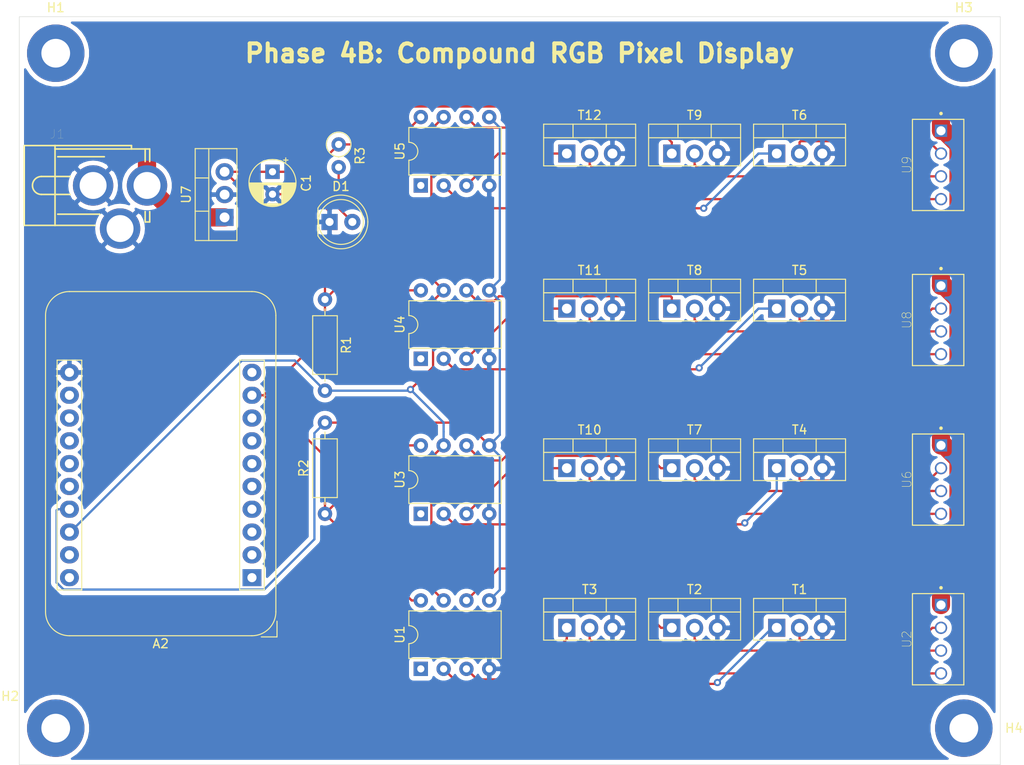
<source format=kicad_pcb>
(kicad_pcb (version 20171130) (host pcbnew 5.1.5+dfsg1-2build2)
  (title_block (title "Phase 4B: Compound RGB Pixel Display") (date 2020-05-14) (rev 1.0) (company "Trech Solutions Ltd."))
  (layers (0 F.Cu signal) (31 B.Cu signal hide) (34 B.Paste user) (35 F.Paste user) (36 B.SilkS user) (37 F.SilkS user) (38 B.Mask user) (39 F.Mask user) (44 Edge.Cuts user))
  (net 0 "")
  (net 1 VCC)
  (net 2 GND)
  (net 3 "Net-(A2-Pad1)")
  (net 4 "Net-(A2-Pad20)")
  (net 5 "Net-(A2-Pad2)")
  (net 6 "Net-(A2-Pad19)")
  (net 7 "Net-(A2-Pad3)")
  (net 8 /SCL)
  (net 9 "Net-(A2-Pad4)")
  (net 10 /SDA)
  (net 11 "Net-(A2-Pad5)")
  (net 12 "Net-(A2-Pad16)")
  (net 13 "Net-(A2-Pad6)")
  (net 14 "Net-(A2-Pad15)")
  (net 15 "Net-(A2-Pad7)")
  (net 16 "Net-(A2-Pad14)")
  (net 17 "Net-(A2-Pad8)")
  (net 18 "Net-(A2-Pad13)")
  (net 19 "Net-(A2-Pad12)")
  (net 20 "Net-(A2-Pad10)")
  (net 21 +12V)
  (net 22 "Net-(T1-Pad2)")
  (net 23 "Net-(T1-Pad1)")
  (net 24 "Net-(T2-Pad1)")
  (net 25 "Net-(T2-Pad2)")
  (net 26 "Net-(T3-Pad2)")
  (net 27 "Net-(T3-Pad1)")
  (net 28 "Net-(T4-Pad1)")
  (net 29 "Net-(T4-Pad2)")
  (net 30 "Net-(T5-Pad1)")
  (net 31 "Net-(T5-Pad2)")
  (net 32 "Net-(T6-Pad2)")
  (net 33 "Net-(T6-Pad1)")
  (net 34 "Net-(T7-Pad1)")
  (net 35 "Net-(T7-Pad2)")
  (net 36 "Net-(T8-Pad2)")
  (net 37 "Net-(T8-Pad1)")
  (net 38 "Net-(T9-Pad1)")
  (net 39 "Net-(T9-Pad2)")
  (net 40 "Net-(T10-Pad2)")
  (net 41 "Net-(T10-Pad1)")
  (net 42 "Net-(T11-Pad1)")
  (net 43 "Net-(T11-Pad2)")
  (net 44 "Net-(T12-Pad2)")
  (net 45 "Net-(T12-Pad1)")
  (net 46 "Net-(U1-Pad1)")
  (net 47 "Net-(U3-Pad1)")
  (net 48 "Net-(U4-Pad1)")
  (net 49 "Net-(U5-Pad1)")
  (net 50 "Net-(D1-Pad2)")
  (module Resistor_THT:R_Axial_DIN0207_L6.3mm_D2.5mm_P2.54mm_Vertical (layer F.Cu) (at 114.3 71.12 270)
    (fp_text reference R3 (at 1.27 -2.37 90) (layer F.SilkS))
    (fp_text value 10k)
    (pad 2 thru_hole oval (at 2.54 0 270) (size 1.6 1.6) (drill 0.8) (layers *.Cu *.Mask) (net 50 "Net-(D1-Pad2)"))
    (pad 1 thru_hole circle (at 0 0 270) (size 1.6 1.6) (drill 0.8) (layers *.Cu *.Mask) (net 1 VCC))
  )
  (module LED_THT:LED_D5.0mm (layer F.Cu) (at 113.284 79.756)
    (fp_text reference D1 (at 1.27 -3.96) (layer F.SilkS))
    (fp_text value LED)
    (pad 2 thru_hole circle (at 2.54 0) (size 1.8 1.8) (drill 0.9) (layers *.Cu *.Mask) (net 50 "Net-(D1-Pad2)"))
    (pad 1 thru_hole rect (at 0 0) (size 1.8 1.8) (drill 0.9) (layers *.Cu *.Mask) (net 2 GND))
  )
  (module tsl_assets_footprints:TE_640456-4 (layer F.Cu) (at 181.356 69.596 90)
    (fp_text reference U9 (at -3.81 -3.81 90) (layer F.SilkS) (effects (font (thickness 0.05))))
    (fp_text value RGB_LED_Strip hide)
    (pad 4 thru_hole circle (at -7.62 0 90) (size 1.37 1.37) (drill 1.02) (layers *.Cu *.Mask) (net 44 "Net-(T12-Pad2)"))
    (pad 3 thru_hole circle (at -5.08 0 90) (size 1.37 1.37) (drill 1.02) (layers *.Cu *.Mask) (net 39 "Net-(T9-Pad2)"))
    (pad 2 thru_hole circle (at -2.54 0 90) (size 1.37 1.37) (drill 1.02) (layers *.Cu *.Mask) (net 32 "Net-(T6-Pad2)"))
    (pad 1 thru_hole rect (at 0 0 90) (size 1.37 1.37) (drill 1.02) (layers *.Cu *.Mask) (net 21 +12V))
  )
  (module tsl_assets_footprints:TE_640456-4 (layer F.Cu) (at 181.356 86.868 90)
    (fp_text reference U8 (at -3.81 -3.81 90) (layer F.SilkS) (effects (font (thickness 0.05))))
    (fp_text value RGB_LED_Strip hide)
    (pad 4 thru_hole circle (at -7.62 0 90) (size 1.37 1.37) (drill 1.02) (layers *.Cu *.Mask) (net 43 "Net-(T11-Pad2)"))
    (pad 3 thru_hole circle (at -5.08 0 90) (size 1.37 1.37) (drill 1.02) (layers *.Cu *.Mask) (net 36 "Net-(T8-Pad2)"))
    (pad 2 thru_hole circle (at -2.54 0 90) (size 1.37 1.37) (drill 1.02) (layers *.Cu *.Mask) (net 31 "Net-(T5-Pad2)"))
    (pad 1 thru_hole rect (at 0 0 90) (size 1.37 1.37) (drill 1.02) (layers *.Cu *.Mask) (net 21 +12V))
  )
  (module tsl_assets_footprints:TE_640456-4 (layer F.Cu) (at 181.356 104.648 90)
    (fp_text reference U6 (at -3.81 -3.81 90) (layer F.SilkS) (effects (font (thickness 0.05))))
    (fp_text value RGB_LED_Strip hide)
    (pad 4 thru_hole circle (at -7.62 0 90) (size 1.37 1.37) (drill 1.02) (layers *.Cu *.Mask) (net 40 "Net-(T10-Pad2)"))
    (pad 3 thru_hole circle (at -5.08 0 90) (size 1.37 1.37) (drill 1.02) (layers *.Cu *.Mask) (net 35 "Net-(T7-Pad2)"))
    (pad 2 thru_hole circle (at -2.54 0 90) (size 1.37 1.37) (drill 1.02) (layers *.Cu *.Mask) (net 29 "Net-(T4-Pad2)"))
    (pad 1 thru_hole rect (at 0 0 90) (size 1.37 1.37) (drill 1.02) (layers *.Cu *.Mask) (net 21 +12V))
  )
  (module tsl_assets_footprints:TE_640456-4 (layer F.Cu) (at 181.356 122.428 90)
    (fp_text reference U2 (at -3.81 -3.81 90) (layer F.SilkS) (effects (font (thickness 0.05))))
    (fp_text value RGB_LED_Strip hide)
    (pad 4 thru_hole circle (at -7.62 0 90) (size 1.37 1.37) (drill 1.02) (layers *.Cu *.Mask) (net 26 "Net-(T3-Pad2)"))
    (pad 3 thru_hole circle (at -5.08 0 90) (size 1.37 1.37) (drill 1.02) (layers *.Cu *.Mask) (net 25 "Net-(T2-Pad2)"))
    (pad 2 thru_hole circle (at -2.54 0 90) (size 1.37 1.37) (drill 1.02) (layers *.Cu *.Mask) (net 22 "Net-(T1-Pad2)"))
    (pad 1 thru_hole rect (at 0 0 90) (size 1.37 1.37) (drill 1.02) (layers *.Cu *.Mask) (net 21 +12V))
  )
  (module Package_TO_SOT_THT:TO-220-3_Vertical (layer F.Cu) (at 139.7 72.136)
    (fp_text reference T12 (at 2.54 -4.27) (layer F.SilkS))
    (fp_text value PSMN022-30PL)
    (pad 3 thru_hole oval (at 5.08 0) (size 1.905 2) (drill 1.1) (layers *.Cu *.Mask) (net 2 GND))
    (pad 2 thru_hole oval (at 2.54 0) (size 1.905 2) (drill 1.1) (layers *.Cu *.Mask) (net 44 "Net-(T12-Pad2)"))
    (pad 1 thru_hole rect (at 0 0) (size 1.905 2) (drill 1.1) (layers *.Cu *.Mask) (net 45 "Net-(T12-Pad1)"))
  )
  (module Package_DIP:DIP-8_W7.62mm (layer F.Cu) (at 123.444 129.54 90)
    (fp_text reference U1 (at 3.81 -2.33 90) (layer F.SilkS))
    (fp_text value ATtiny85V-10PU)
    (pad 8 thru_hole oval (at 7.62 0 90) (size 1.6 1.6) (drill 0.8) (layers *.Cu *.Mask) (net 1 VCC))
    (pad 4 thru_hole oval (at 0 7.62 90) (size 1.6 1.6) (drill 0.8) (layers *.Cu *.Mask) (net 2 GND))
    (pad 7 thru_hole oval (at 7.62 2.54 90) (size 1.6 1.6) (drill 0.8) (layers *.Cu *.Mask) (net 8 /SCL))
    (pad 3 thru_hole oval (at 0 5.08 90) (size 1.6 1.6) (drill 0.8) (layers *.Cu *.Mask) (net 27 "Net-(T3-Pad1)"))
    (pad 6 thru_hole oval (at 7.62 5.08 90) (size 1.6 1.6) (drill 0.8) (layers *.Cu *.Mask) (net 24 "Net-(T2-Pad1)"))
    (pad 2 thru_hole oval (at 0 2.54 90) (size 1.6 1.6) (drill 0.8) (layers *.Cu *.Mask) (net 23 "Net-(T1-Pad1)"))
    (pad 5 thru_hole oval (at 7.62 7.62 90) (size 1.6 1.6) (drill 0.8) (layers *.Cu *.Mask) (net 10 /SDA))
    (pad 1 thru_hole rect (at 0 0 90) (size 1.6 1.6) (drill 0.8) (layers *.Cu *.Mask) (net 46 "Net-(U1-Pad1)"))
  )
  (module Resistor_THT:R_Axial_DIN0207_L6.3mm_D2.5mm_P10.16mm_Horizontal (layer F.Cu) (at 112.776 112.268 90)
    (fp_text reference R2 (at 5.08 -2.37 90) (layer F.SilkS))
    (fp_text value 1k)
    (pad 2 thru_hole oval (at 10.16 0 90) (size 1.6 1.6) (drill 0.8) (layers *.Cu *.Mask) (net 10 /SDA))
    (pad 1 thru_hole circle (at 0 0 90) (size 1.6 1.6) (drill 0.8) (layers *.Cu *.Mask) (net 1 VCC))
  )
  (module Module:Adafruit_HUZZAH_ESP8266_breakout (layer F.Cu) (at 104.648 119.38 180)
    (fp_text reference A2 (at 10.16 -7.35) (layer F.SilkS))
    (fp_text value Adafruit_HUZZAH_ESP8266_breakout)
    (pad 1 thru_hole rect (at 0 0 180) (size 2.1 1.9) (drill 1.02) (layers *.Cu *.Mask) (net 3 "Net-(A2-Pad1)"))
    (pad 20 thru_hole oval (at 20.32 0 180) (size 2.1 1.9) (drill 1.02) (layers *.Cu *.Mask) (net 4 "Net-(A2-Pad20)"))
    (pad 2 thru_hole oval (at 0 2.54 180) (size 2.1 1.9) (drill 1.02) (layers *.Cu *.Mask) (net 5 "Net-(A2-Pad2)"))
    (pad 19 thru_hole oval (at 20.32 2.54 180) (size 2.1 1.9) (drill 1.02) (layers *.Cu *.Mask) (net 6 "Net-(A2-Pad19)"))
    (pad 3 thru_hole oval (at 0 5.08 180) (size 2.1 1.9) (drill 1.02) (layers *.Cu *.Mask) (net 7 "Net-(A2-Pad3)"))
    (pad 18 thru_hole oval (at 20.32 5.08 180) (size 2.1 1.9) (drill 1.02) (layers *.Cu *.Mask) (net 8 /SCL))
    (pad 4 thru_hole oval (at 0 7.62 180) (size 2.1 1.9) (drill 1.02) (layers *.Cu *.Mask) (net 9 "Net-(A2-Pad4)"))
    (pad 17 thru_hole oval (at 20.32 7.62 180) (size 2.1 1.9) (drill 1.02) (layers *.Cu *.Mask) (net 10 /SDA))
    (pad 5 thru_hole oval (at 0 10.16 180) (size 2.1 1.9) (drill 1.02) (layers *.Cu *.Mask) (net 11 "Net-(A2-Pad5)"))
    (pad 16 thru_hole oval (at 20.32 10.16 180) (size 2.1 1.9) (drill 1.02) (layers *.Cu *.Mask) (net 12 "Net-(A2-Pad16)"))
    (pad 6 thru_hole oval (at 0 12.7 180) (size 2.1 1.9) (drill 1.02) (layers *.Cu *.Mask) (net 13 "Net-(A2-Pad6)"))
    (pad 15 thru_hole oval (at 20.32 12.7 180) (size 2.1 1.9) (drill 1.02) (layers *.Cu *.Mask) (net 14 "Net-(A2-Pad15)"))
    (pad 7 thru_hole oval (at 0 15.24 180) (size 2.1 1.9) (drill 1.02) (layers *.Cu *.Mask) (net 15 "Net-(A2-Pad7)"))
    (pad 14 thru_hole oval (at 20.32 15.24 180) (size 2.1 1.9) (drill 1.02) (layers *.Cu *.Mask) (net 16 "Net-(A2-Pad14)"))
    (pad 8 thru_hole oval (at 0 17.78 180) (size 2.1 1.9) (drill 1.02) (layers *.Cu *.Mask) (net 17 "Net-(A2-Pad8)"))
    (pad 13 thru_hole oval (at 20.32 17.78 180) (size 2.1 1.9) (drill 1.02) (layers *.Cu *.Mask) (net 18 "Net-(A2-Pad13)"))
    (pad 9 thru_hole oval (at 0 20.32 180) (size 2.1 1.9) (drill 1.02) (layers *.Cu *.Mask) (net 1 VCC))
    (pad 12 thru_hole oval (at 20.32 20.32 180) (size 2.1 1.9) (drill 1.02) (layers *.Cu *.Mask) (net 19 "Net-(A2-Pad12)"))
    (pad 10 thru_hole oval (at 0 22.86 180) (size 2.1 1.9) (drill 1.02) (layers *.Cu *.Mask) (net 20 "Net-(A2-Pad10)"))
    (pad 11 thru_hole oval (at 20.32 22.86 180) (size 2.1 1.9) (drill 1.02) (layers *.Cu *.Mask) (net 2 GND))
  )
  (module Capacitor_THT:CP_Radial_D5.0mm_P2.50mm (layer F.Cu) (at 106.934 74.168 270)
    (fp_text reference C1 (at 1.25 -3.75 90) (layer F.SilkS))
    (fp_text value 10uF)
    (pad 1 thru_hole rect (at 0 0 270) (size 1.6 1.6) (drill 0.8) (layers *.Cu *.Mask) (net 1 VCC))
    (pad 2 thru_hole circle (at 2.5 0 270) (size 1.6 1.6) (drill 0.8) (layers *.Cu *.Mask) (net 2 GND))
  )
  (module tsl_assets_footprints:PJ-002A (layer F.Cu) (at 89.964 75.692)
    (fp_text reference J1 (at -6.995525 -5.723585) (layer F.SilkS) (effects (font (size 1.001504 1.001504) (thickness 0.015))))
    (fp_text value PJ-002A)
    (pad 3 thru_hole circle (at 3 0) (size 4.5 4.5) (drill 3) (layers *.Cu *.Mask) (net 21 +12V))
    (pad 2 thru_hole circle (at 0 4.8) (size 4.5 4.5) (drill 3) (layers *.Cu *.Mask) (net 2 GND))
    (pad 1 thru_hole circle (at -3 0) (size 4.5 4.5) (drill 3) (layers *.Cu *.Mask) (net 2 GND))
  )
  (module Resistor_THT:R_Axial_DIN0207_L6.3mm_D2.5mm_P10.16mm_Horizontal (layer F.Cu) (at 112.776 88.392 270)
    (fp_text reference R1 (at 5.08 -2.37 90) (layer F.SilkS))
    (fp_text value 1k)
    (pad 1 thru_hole circle (at 0 0 270) (size 1.6 1.6) (drill 0.8) (layers *.Cu *.Mask) (net 1 VCC))
    (pad 2 thru_hole oval (at 10.16 0 270) (size 1.6 1.6) (drill 0.8) (layers *.Cu *.Mask) (net 8 /SCL))
  )
  (module Package_TO_SOT_THT:TO-220-3_Vertical (layer F.Cu) (at 163.068 124.968)
    (fp_text reference T1 (at 2.54 -4.27) (layer F.SilkS))
    (fp_text value PSMN022-30PL)
    (pad 3 thru_hole oval (at 5.08 0) (size 1.905 2) (drill 1.1) (layers *.Cu *.Mask) (net 2 GND))
    (pad 2 thru_hole oval (at 2.54 0) (size 1.905 2) (drill 1.1) (layers *.Cu *.Mask) (net 22 "Net-(T1-Pad2)"))
    (pad 1 thru_hole rect (at 0 0) (size 1.905 2) (drill 1.1) (layers *.Cu *.Mask) (net 23 "Net-(T1-Pad1)"))
  )
  (module Package_TO_SOT_THT:TO-220-3_Vertical (layer F.Cu) (at 151.384 124.968)
    (fp_text reference T2 (at 2.54 -4.27) (layer F.SilkS))
    (fp_text value PSMN022-30PL)
    (pad 1 thru_hole rect (at 0 0) (size 1.905 2) (drill 1.1) (layers *.Cu *.Mask) (net 24 "Net-(T2-Pad1)"))
    (pad 2 thru_hole oval (at 2.54 0) (size 1.905 2) (drill 1.1) (layers *.Cu *.Mask) (net 25 "Net-(T2-Pad2)"))
    (pad 3 thru_hole oval (at 5.08 0) (size 1.905 2) (drill 1.1) (layers *.Cu *.Mask) (net 2 GND))
  )
  (module Package_TO_SOT_THT:TO-220-3_Vertical (layer F.Cu) (at 139.7 124.968)
    (fp_text reference T3 (at 2.54 -4.27) (layer F.SilkS))
    (fp_text value PSMN022-30PL)
    (pad 3 thru_hole oval (at 5.08 0) (size 1.905 2) (drill 1.1) (layers *.Cu *.Mask) (net 2 GND))
    (pad 2 thru_hole oval (at 2.54 0) (size 1.905 2) (drill 1.1) (layers *.Cu *.Mask) (net 26 "Net-(T3-Pad2)"))
    (pad 1 thru_hole rect (at 0 0) (size 1.905 2) (drill 1.1) (layers *.Cu *.Mask) (net 27 "Net-(T3-Pad1)"))
  )
  (module Package_TO_SOT_THT:TO-220-3_Vertical (layer F.Cu) (at 163.068 107.188)
    (fp_text reference T4 (at 2.54 -4.27) (layer F.SilkS))
    (fp_text value PSMN022-30PL)
    (pad 1 thru_hole rect (at 0 0) (size 1.905 2) (drill 1.1) (layers *.Cu *.Mask) (net 28 "Net-(T4-Pad1)"))
    (pad 2 thru_hole oval (at 2.54 0) (size 1.905 2) (drill 1.1) (layers *.Cu *.Mask) (net 29 "Net-(T4-Pad2)"))
    (pad 3 thru_hole oval (at 5.08 0) (size 1.905 2) (drill 1.1) (layers *.Cu *.Mask) (net 2 GND))
  )
  (module Package_TO_SOT_THT:TO-220-3_Vertical (layer F.Cu) (at 163.068 89.408)
    (fp_text reference T5 (at 2.54 -4.27) (layer F.SilkS))
    (fp_text value PSMN022-30PL)
    (pad 1 thru_hole rect (at 0 0) (size 1.905 2) (drill 1.1) (layers *.Cu *.Mask) (net 30 "Net-(T5-Pad1)"))
    (pad 2 thru_hole oval (at 2.54 0) (size 1.905 2) (drill 1.1) (layers *.Cu *.Mask) (net 31 "Net-(T5-Pad2)"))
    (pad 3 thru_hole oval (at 5.08 0) (size 1.905 2) (drill 1.1) (layers *.Cu *.Mask) (net 2 GND))
  )
  (module Package_TO_SOT_THT:TO-220-3_Vertical (layer F.Cu) (at 163.068 72.136)
    (fp_text reference T6 (at 2.54 -4.27) (layer F.SilkS))
    (fp_text value PSMN022-30PL)
    (pad 3 thru_hole oval (at 5.08 0) (size 1.905 2) (drill 1.1) (layers *.Cu *.Mask) (net 2 GND))
    (pad 2 thru_hole oval (at 2.54 0) (size 1.905 2) (drill 1.1) (layers *.Cu *.Mask) (net 32 "Net-(T6-Pad2)"))
    (pad 1 thru_hole rect (at 0 0) (size 1.905 2) (drill 1.1) (layers *.Cu *.Mask) (net 33 "Net-(T6-Pad1)"))
  )
  (module Package_TO_SOT_THT:TO-220-3_Vertical (layer F.Cu) (at 151.384 107.188)
    (fp_text reference T7 (at 2.54 -4.27) (layer F.SilkS))
    (fp_text value PSMN022-30PL)
    (pad 1 thru_hole rect (at 0 0) (size 1.905 2) (drill 1.1) (layers *.Cu *.Mask) (net 34 "Net-(T7-Pad1)"))
    (pad 2 thru_hole oval (at 2.54 0) (size 1.905 2) (drill 1.1) (layers *.Cu *.Mask) (net 35 "Net-(T7-Pad2)"))
    (pad 3 thru_hole oval (at 5.08 0) (size 1.905 2) (drill 1.1) (layers *.Cu *.Mask) (net 2 GND))
  )
  (module Package_TO_SOT_THT:TO-220-3_Vertical (layer F.Cu) (at 151.384 89.408)
    (fp_text reference T8 (at 2.54 -4.27) (layer F.SilkS))
    (fp_text value PSMN022-30PL)
    (pad 3 thru_hole oval (at 5.08 0) (size 1.905 2) (drill 1.1) (layers *.Cu *.Mask) (net 2 GND))
    (pad 2 thru_hole oval (at 2.54 0) (size 1.905 2) (drill 1.1) (layers *.Cu *.Mask) (net 36 "Net-(T8-Pad2)"))
    (pad 1 thru_hole rect (at 0 0) (size 1.905 2) (drill 1.1) (layers *.Cu *.Mask) (net 37 "Net-(T8-Pad1)"))
  )
  (module Package_TO_SOT_THT:TO-220-3_Vertical (layer F.Cu) (at 151.384 72.136)
    (fp_text reference T9 (at 2.54 -4.27) (layer F.SilkS))
    (fp_text value PSMN022-30PL)
    (pad 1 thru_hole rect (at 0 0) (size 1.905 2) (drill 1.1) (layers *.Cu *.Mask) (net 38 "Net-(T9-Pad1)"))
    (pad 2 thru_hole oval (at 2.54 0) (size 1.905 2) (drill 1.1) (layers *.Cu *.Mask) (net 39 "Net-(T9-Pad2)"))
    (pad 3 thru_hole oval (at 5.08 0) (size 1.905 2) (drill 1.1) (layers *.Cu *.Mask) (net 2 GND))
  )
  (module Package_TO_SOT_THT:TO-220-3_Vertical (layer F.Cu) (at 139.7 107.188)
    (fp_text reference T10 (at 2.54 -4.27) (layer F.SilkS))
    (fp_text value PSMN022-30PL)
    (pad 3 thru_hole oval (at 5.08 0) (size 1.905 2) (drill 1.1) (layers *.Cu *.Mask) (net 2 GND))
    (pad 2 thru_hole oval (at 2.54 0) (size 1.905 2) (drill 1.1) (layers *.Cu *.Mask) (net 40 "Net-(T10-Pad2)"))
    (pad 1 thru_hole rect (at 0 0) (size 1.905 2) (drill 1.1) (layers *.Cu *.Mask) (net 41 "Net-(T10-Pad1)"))
  )
  (module Package_TO_SOT_THT:TO-220-3_Vertical (layer F.Cu) (at 139.7 89.408)
    (fp_text reference T11 (at 2.54 -4.27) (layer F.SilkS))
    (fp_text value PSMN022-30PL)
    (pad 1 thru_hole rect (at 0 0) (size 1.905 2) (drill 1.1) (layers *.Cu *.Mask) (net 42 "Net-(T11-Pad1)"))
    (pad 2 thru_hole oval (at 2.54 0) (size 1.905 2) (drill 1.1) (layers *.Cu *.Mask) (net 43 "Net-(T11-Pad2)"))
    (pad 3 thru_hole oval (at 5.08 0) (size 1.905 2) (drill 1.1) (layers *.Cu *.Mask) (net 2 GND))
  )
  (module Package_DIP:DIP-8_W7.62mm (layer F.Cu) (at 123.444 112.268 90)
    (fp_text reference U3 (at 3.81 -2.33 90) (layer F.SilkS))
    (fp_text value ATtiny85V-10PU)
    (pad 1 thru_hole rect (at 0 0 90) (size 1.6 1.6) (drill 0.8) (layers *.Cu *.Mask) (net 47 "Net-(U3-Pad1)"))
    (pad 5 thru_hole oval (at 7.62 7.62 90) (size 1.6 1.6) (drill 0.8) (layers *.Cu *.Mask) (net 10 /SDA))
    (pad 2 thru_hole oval (at 0 2.54 90) (size 1.6 1.6) (drill 0.8) (layers *.Cu *.Mask) (net 28 "Net-(T4-Pad1)"))
    (pad 6 thru_hole oval (at 7.62 5.08 90) (size 1.6 1.6) (drill 0.8) (layers *.Cu *.Mask) (net 34 "Net-(T7-Pad1)"))
    (pad 3 thru_hole oval (at 0 5.08 90) (size 1.6 1.6) (drill 0.8) (layers *.Cu *.Mask) (net 41 "Net-(T10-Pad1)"))
    (pad 7 thru_hole oval (at 7.62 2.54 90) (size 1.6 1.6) (drill 0.8) (layers *.Cu *.Mask) (net 8 /SCL))
    (pad 4 thru_hole oval (at 0 7.62 90) (size 1.6 1.6) (drill 0.8) (layers *.Cu *.Mask) (net 2 GND))
    (pad 8 thru_hole oval (at 7.62 0 90) (size 1.6 1.6) (drill 0.8) (layers *.Cu *.Mask) (net 1 VCC))
  )
  (module Package_DIP:DIP-8_W7.62mm (layer F.Cu) (at 123.444 94.996 90)
    (fp_text reference U4 (at 3.81 -2.33 90) (layer F.SilkS))
    (fp_text value ATtiny85V-10PU)
    (pad 8 thru_hole oval (at 7.62 0 90) (size 1.6 1.6) (drill 0.8) (layers *.Cu *.Mask) (net 1 VCC))
    (pad 4 thru_hole oval (at 0 7.62 90) (size 1.6 1.6) (drill 0.8) (layers *.Cu *.Mask) (net 2 GND))
    (pad 7 thru_hole oval (at 7.62 2.54 90) (size 1.6 1.6) (drill 0.8) (layers *.Cu *.Mask) (net 8 /SCL))
    (pad 3 thru_hole oval (at 0 5.08 90) (size 1.6 1.6) (drill 0.8) (layers *.Cu *.Mask) (net 42 "Net-(T11-Pad1)"))
    (pad 6 thru_hole oval (at 7.62 5.08 90) (size 1.6 1.6) (drill 0.8) (layers *.Cu *.Mask) (net 37 "Net-(T8-Pad1)"))
    (pad 2 thru_hole oval (at 0 2.54 90) (size 1.6 1.6) (drill 0.8) (layers *.Cu *.Mask) (net 30 "Net-(T5-Pad1)"))
    (pad 5 thru_hole oval (at 7.62 7.62 90) (size 1.6 1.6) (drill 0.8) (layers *.Cu *.Mask) (net 10 /SDA))
    (pad 1 thru_hole rect (at 0 0 90) (size 1.6 1.6) (drill 0.8) (layers *.Cu *.Mask) (net 48 "Net-(U4-Pad1)"))
  )
  (module Package_DIP:DIP-8_W7.62mm (layer F.Cu) (at 123.444 75.692 90)
    (fp_text reference U5 (at 3.81 -2.33 90) (layer F.SilkS))
    (fp_text value ATtiny85V-10PU)
    (pad 1 thru_hole rect (at 0 0 90) (size 1.6 1.6) (drill 0.8) (layers *.Cu *.Mask) (net 49 "Net-(U5-Pad1)"))
    (pad 5 thru_hole oval (at 7.62 7.62 90) (size 1.6 1.6) (drill 0.8) (layers *.Cu *.Mask) (net 10 /SDA))
    (pad 2 thru_hole oval (at 0 2.54 90) (size 1.6 1.6) (drill 0.8) (layers *.Cu *.Mask) (net 33 "Net-(T6-Pad1)"))
    (pad 6 thru_hole oval (at 7.62 5.08 90) (size 1.6 1.6) (drill 0.8) (layers *.Cu *.Mask) (net 38 "Net-(T9-Pad1)"))
    (pad 3 thru_hole oval (at 0 5.08 90) (size 1.6 1.6) (drill 0.8) (layers *.Cu *.Mask) (net 45 "Net-(T12-Pad1)"))
    (pad 7 thru_hole oval (at 7.62 2.54 90) (size 1.6 1.6) (drill 0.8) (layers *.Cu *.Mask) (net 8 /SCL))
    (pad 4 thru_hole oval (at 0 7.62 90) (size 1.6 1.6) (drill 0.8) (layers *.Cu *.Mask) (net 2 GND))
    (pad 8 thru_hole oval (at 7.62 0 90) (size 1.6 1.6) (drill 0.8) (layers *.Cu *.Mask) (net 1 VCC))
  )
  (module Package_TO_SOT_THT:TO-220-3_Vertical (layer F.Cu) (at 101.6 79.248 90)
    (fp_text reference U7 (at 2.54 -4.27 90) (layer F.SilkS))
    (fp_text value MC7805CT-BP)
    (pad 1 thru_hole rect (at 0 0 90) (size 1.905 2) (drill 1.1) (layers *.Cu *.Mask) (net 21 +12V))
    (pad 2 thru_hole oval (at 2.54 0 90) (size 1.905 2) (drill 1.1) (layers *.Cu *.Mask) (net 2 GND))
    (pad 3 thru_hole oval (at 5.08 0 90) (size 1.905 2) (drill 1.1) (layers *.Cu *.Mask) (net 1 VCC))
  )
  (module MountingHole:MountingHole_3.2mm_M3_Pad (layer F.Cu) (at 82.804 60.96)
    (fp_text reference H1 (at 0 -5.08) (layer F.SilkS))
    (fp_text value MountingHole)
    (pad 1 thru_hole circle (at 0 0) (size 6.4 6.4) (drill 3.2) (layers *.Cu *.Mask))
  )
  (module MountingHole:MountingHole_3.2mm_M3_Pad (layer F.Cu) (at 82.804 136.144)
    (fp_text reference H2 (at -5.08 -3.556) (layer F.SilkS))
    (fp_text value MountingHole)
    (pad 1 thru_hole circle (at 0 0) (size 6.4 6.4) (drill 3.2) (layers *.Cu *.Mask))
  )
  (module MountingHole:MountingHole_3.2mm_M3_Pad (layer F.Cu) (at 183.896 60.96)
    (fp_text reference H3 (at 0 -5.08) (layer F.SilkS))
    (fp_text value MountingHole)
    (pad 1 thru_hole circle (at 0 0) (size 6.4 6.4) (drill 3.2) (layers *.Cu *.Mask))
  )
  (module MountingHole:MountingHole_3.2mm_M3_Pad (layer F.Cu) (at 183.896 136.144)
    (fp_text reference H4 (at 5.588 0) (layer F.SilkS))
    (fp_text value MountingHole)
    (pad 1 thru_hole circle (at 0 0) (size 6.4 6.4) (drill 3.2) (layers *.Cu *.Mask))
  )
  (gr_text "Phase 4B: Compound RGB Pixel Display" (at 103.632 60.96) (layer F.SilkS) (effects (font (size 2 2) (thickness 0.45)) (justify left)))
  (gr_line (start 78.74 56.896) (end 78.74 140.208) (layer Edge.Cuts) (width 0.05))
  (gr_line (start 187.96 56.896) (end 78.74 56.896) (layer Edge.Cuts) (width 0.05))
  (gr_line (start 187.96 140.208) (end 187.96 56.896) (layer Edge.Cuts) (width 0.05))
  (gr_line (start 78.74 140.208) (end 187.96 140.208) (layer Edge.Cuts) (width 0.05))
  (gr_text "...for the common wages Of their most secret heart." (at 90.932 135.128) (layer F.Cu) (effects (font (size 2 2) (thickness 0.45) italic) (justify left)))
  (segment (start 122.428 121.92) (end 123.444 121.92) (width 0.25) (layer F.Cu) (net 1))
  (segment (start 112.776 112.268) (end 122.428 121.92) (width 0.25) (layer F.Cu) (net 1))
  (segment (start 120.396 104.648) (end 112.776 112.268) (width 0.25) (layer F.Cu) (net 1))
  (segment (start 123.444 104.648) (end 120.396 104.648) (width 0.25) (layer F.Cu) (net 1))
  (segment (start 112.776 92.232) (end 105.948 99.06) (width 0.25) (layer F.Cu) (net 1))
  (segment (start 112.776 88.392) (end 112.776 92.232) (width 0.25) (layer F.Cu) (net 1))
  (segment (start 112.776 111.13663) (end 112.776 112.268) (width 0.25) (layer F.Cu) (net 1))
  (segment (start 112.776 105.888) (end 112.776 111.13663) (width 0.25) (layer F.Cu) (net 1))
  (segment (start 105.948 99.06) (end 112.776 105.888) (width 0.25) (layer F.Cu) (net 1))
  (segment (start 104.648 99.06) (end 105.948 99.06) (width 0.25) (layer F.Cu) (net 1))
  (segment (start 101.6 74.168) (end 106.934 74.168) (width 0.25) (layer F.Cu) (net 1))
  (segment (start 111.252 74.168) (end 114.3 71.12) (width 0.25) (layer F.Cu) (net 1))
  (segment (start 106.934 74.168) (end 111.252 74.168) (width 0.25) (layer F.Cu) (net 1))
  (segment (start 120.396 71.12) (end 123.444 68.072) (width 0.25) (layer F.Cu) (net 1))
  (segment (start 114.3 71.12) (end 120.396 71.12) (width 0.25) (layer F.Cu) (net 1))
  (segment (start 101.6475 74.168) (end 101.6 74.168) (width 0.25) (layer F.Cu) (net 1))
  (segment (start 112.776 85.2965) (end 101.6475 74.168) (width 0.25) (layer F.Cu) (net 1))
  (segment (start 112.776 88.392) (end 112.776 85.2965) (width 0.25) (layer F.Cu) (net 1))
  (segment (start 113.792 87.376) (end 112.776 88.392) (width 0.25) (layer F.Cu) (net 1))
  (segment (start 123.444 87.376) (end 113.792 87.376) (width 0.25) (layer F.Cu) (net 1))
  (segment (start 108.06537 76.668) (end 106.934 76.668) (width 0.25) (layer F.Cu) (net 2))
  (segment (start 111.346 76.668) (end 108.06537 76.668) (width 0.25) (layer F.Cu) (net 2))
  (segment (start 113.284 78.606) (end 111.346 76.668) (width 0.25) (layer F.Cu) (net 2))
  (segment (start 113.284 79.756) (end 113.284 78.606) (width 0.25) (layer F.Cu) (net 2))
  (segment (start 125.184001 88.175999) (end 125.984 87.376) (width 0.25) (layer F.Cu) (net 8))
  (segment (start 124.808999 88.551001) (end 125.184001 88.175999) (width 0.25) (layer F.Cu) (net 8))
  (segment (start 124.808999 95.906003) (end 124.808999 88.551001) (width 0.25) (layer F.Cu) (net 8))
  (via (at 122.295501 98.419501) (size 0.8) (drill 0.4) (layers F.Cu B.Cu) (net 8))
  (segment (start 125.984 102.108) (end 122.295501 98.419501) (width 0.25) (layer B.Cu) (net 8))
  (segment (start 122.295501 98.419501) (end 124.808999 95.906003) (width 0.25) (layer F.Cu) (net 8))
  (segment (start 125.984 103.124) (end 125.984 102.108) (width 0.25) (layer B.Cu) (net 8))
  (segment (start 122.163002 98.552) (end 122.295501 98.419501) (width 0.25) (layer F.Cu) (net 8))
  (segment (start 124.619001 69.436999) (end 125.184001 68.871999) (width 0.25) (layer F.Cu) (net 8))
  (segment (start 124.619001 86.011001) (end 124.619001 69.436999) (width 0.25) (layer F.Cu) (net 8))
  (segment (start 125.184001 68.871999) (end 125.984 68.072) (width 0.25) (layer F.Cu) (net 8))
  (segment (start 125.984 87.376) (end 124.619001 86.011001) (width 0.25) (layer F.Cu) (net 8))
  (segment (start 125.184001 121.120001) (end 125.984 121.92) (width 0.25) (layer F.Cu) (net 8))
  (segment (start 124.619001 120.555001) (end 125.184001 121.120001) (width 0.25) (layer F.Cu) (net 8))
  (segment (start 124.619001 106.012999) (end 124.619001 120.555001) (width 0.25) (layer F.Cu) (net 8))
  (segment (start 125.984 104.648) (end 124.619001 106.012999) (width 0.25) (layer F.Cu) (net 8))
  (segment (start 125.984 103.124) (end 125.984 104.648) (width 0.25) (layer B.Cu) (net 8))
  (segment (start 84.428 114.3) (end 84.328 114.3) (width 0.25) (layer B.Cu) (net 8))
  (segment (start 109.41899 95.19499) (end 103.53301 95.19499) (width 0.25) (layer B.Cu) (net 8))
  (segment (start 103.53301 95.19499) (end 84.428 114.3) (width 0.25) (layer B.Cu) (net 8))
  (segment (start 112.776 98.552) (end 109.41899 95.19499) (width 0.25) (layer B.Cu) (net 8))
  (segment (start 122.163002 98.552) (end 122.295501 98.419501) (width 0.25) (layer B.Cu) (net 8))
  (segment (start 112.776 98.552) (end 122.163002 98.552) (width 0.25) (layer B.Cu) (net 8))
  (segment (start 128.524 102.108) (end 131.064 104.648) (width 0.25) (layer F.Cu) (net 10))
  (segment (start 112.776 102.108) (end 128.524 102.108) (width 0.25) (layer F.Cu) (net 10))
  (segment (start 131.863999 105.447999) (end 131.064 104.648) (width 0.25) (layer B.Cu) (net 10))
  (segment (start 132.239001 105.823001) (end 131.863999 105.447999) (width 0.25) (layer B.Cu) (net 10))
  (segment (start 132.239001 120.744999) (end 132.239001 105.823001) (width 0.25) (layer B.Cu) (net 10))
  (segment (start 131.064 121.92) (end 132.239001 120.744999) (width 0.25) (layer B.Cu) (net 10))
  (segment (start 131.863999 88.175999) (end 131.064 87.376) (width 0.25) (layer B.Cu) (net 10))
  (segment (start 132.239001 103.472999) (end 132.239001 88.551001) (width 0.25) (layer B.Cu) (net 10))
  (segment (start 132.239001 88.551001) (end 131.863999 88.175999) (width 0.25) (layer B.Cu) (net 10))
  (segment (start 131.064 104.648) (end 132.239001 103.472999) (width 0.25) (layer B.Cu) (net 10))
  (segment (start 131.863999 68.871999) (end 131.064 68.072) (width 0.25) (layer B.Cu) (net 10))
  (segment (start 132.239001 69.247001) (end 131.863999 68.871999) (width 0.25) (layer B.Cu) (net 10))
  (segment (start 132.239001 86.200999) (end 132.239001 69.247001) (width 0.25) (layer B.Cu) (net 10))
  (segment (start 131.064 87.376) (end 132.239001 86.200999) (width 0.25) (layer B.Cu) (net 10))
  (segment (start 111.976001 102.907999) (end 112.776 102.108) (width 0.25) (layer B.Cu) (net 10))
  (segment (start 111.600999 103.283001) (end 111.976001 102.907999) (width 0.25) (layer B.Cu) (net 10))
  (segment (start 111.600999 115.102003) (end 111.600999 103.283001) (width 0.25) (layer B.Cu) (net 10))
  (segment (start 105.997992 120.70501) (end 111.600999 115.102003) (width 0.25) (layer B.Cu) (net 10))
  (segment (start 83.679163 120.70501) (end 105.997992 120.70501) (width 0.25) (layer B.Cu) (net 10))
  (segment (start 82.90299 119.928837) (end 83.679163 120.70501) (width 0.25) (layer B.Cu) (net 10))
  (segment (start 82.90299 111.88501) (end 82.90299 119.928837) (width 0.25) (layer B.Cu) (net 10))
  (segment (start 83.028 111.76) (end 82.90299 111.88501) (width 0.25) (layer B.Cu) (net 10))
  (segment (start 84.328 111.76) (end 83.028 111.76) (width 0.25) (layer B.Cu) (net 10))
  (segment (start 92.964 75.692) (end 96.52 79.248) (width 2.032) (layer F.Cu) (net 21))
  (segment (start 181.356 119.711) (end 181.356 122.428) (width 2.032) (layer F.Cu) (net 21))
  (segment (start 183.307001 117.759999) (end 181.356 119.711) (width 2.032) (layer F.Cu) (net 21))
  (segment (start 181.356 66.879) (end 181.356 69.596) (width 2.032) (layer F.Cu) (net 21))
  (segment (start 180.482999 66.005999) (end 181.356 66.879) (width 2.032) (layer F.Cu) (net 21))
  (segment (start 99.468021 66.005999) (end 180.482999 66.005999) (width 2.032) (layer F.Cu) (net 21))
  (segment (start 92.964 72.51002) (end 99.468021 66.005999) (width 2.032) (layer F.Cu) (net 21))
  (segment (start 92.964 75.692) (end 92.964 72.51002) (width 2.032) (layer F.Cu) (net 21))
  (segment (start 181.356 84.151) (end 181.356 86.868) (width 2.032) (layer F.Cu) (net 21))
  (segment (start 183.307001 82.199999) (end 181.356 84.151) (width 2.032) (layer F.Cu) (net 21))
  (segment (start 183.307001 71.199519) (end 183.307001 82.199999) (width 2.032) (layer F.Cu) (net 21))
  (segment (start 181.703482 69.596) (end 183.307001 71.199519) (width 2.032) (layer F.Cu) (net 21))
  (segment (start 181.356 69.596) (end 181.703482 69.596) (width 2.032) (layer F.Cu) (net 21))
  (segment (start 181.356 101.931) (end 181.356 104.648) (width 2.032) (layer F.Cu) (net 21))
  (segment (start 183.307001 99.979999) (end 181.356 101.931) (width 2.032) (layer F.Cu) (net 21))
  (segment (start 183.307001 88.471519) (end 183.307001 99.979999) (width 2.032) (layer F.Cu) (net 21))
  (segment (start 181.703482 86.868) (end 183.307001 88.471519) (width 2.032) (layer F.Cu) (net 21))
  (segment (start 181.356 86.868) (end 181.703482 86.868) (width 2.032) (layer F.Cu) (net 21))
  (segment (start 183.307001 106.251519) (end 183.307001 117.759999) (width 2.032) (layer F.Cu) (net 21))
  (segment (start 181.703482 104.648) (end 183.307001 106.251519) (width 2.032) (layer F.Cu) (net 21))
  (segment (start 181.356 104.648) (end 181.703482 104.648) (width 2.032) (layer F.Cu) (net 21))
  (segment (start 96.52 79.248) (end 101.6 79.248) (width 2.032) (layer F.Cu) (net 21))
  (segment (start 165.608 126.218) (end 165.608 124.968) (width 0.25) (layer F.Cu) (net 22))
  (segment (start 165.73301 126.34301) (end 165.608 126.218) (width 0.25) (layer F.Cu) (net 22))
  (segment (start 179.012254 126.34301) (end 165.73301 126.34301) (width 0.25) (layer F.Cu) (net 22))
  (segment (start 180.387264 124.968) (end 179.012254 126.34301) (width 0.25) (layer F.Cu) (net 22))
  (segment (start 181.356 124.968) (end 180.387264 124.968) (width 0.25) (layer F.Cu) (net 22))
  (segment (start 126.783999 130.339999) (end 125.984 129.54) (width 0.25) (layer F.Cu) (net 23))
  (segment (start 127.659011 131.215011) (end 126.783999 130.339999) (width 0.25) (layer F.Cu) (net 23))
  (segment (start 155.618489 131.215011) (end 127.659011 131.215011) (width 0.25) (layer F.Cu) (net 23))
  (via (at 156.464 131.064) (size 0.8) (drill 0.4) (layers F.Cu B.Cu) (net 23))
  (segment (start 156.312989 131.215011) (end 156.464 131.064) (width 0.25) (layer F.Cu) (net 23))
  (segment (start 155.618489 131.215011) (end 156.312989 131.215011) (width 0.25) (layer F.Cu) (net 23))
  (segment (start 162.56 124.968) (end 163.068 124.968) (width 0.25) (layer B.Cu) (net 23))
  (segment (start 156.464 131.064) (end 162.56 124.968) (width 0.25) (layer B.Cu) (net 23))
  (segment (start 132.08 118.364) (end 128.524 121.92) (width 0.25) (layer F.Cu) (net 24))
  (segment (start 143.5775 118.364) (end 132.08 118.364) (width 0.25) (layer F.Cu) (net 24))
  (segment (start 150.1815 124.968) (end 143.5775 118.364) (width 0.25) (layer F.Cu) (net 24))
  (segment (start 151.384 124.968) (end 150.1815 124.968) (width 0.25) (layer F.Cu) (net 24))
  (segment (start 153.924 126.218) (end 153.924 124.968) (width 0.25) (layer F.Cu) (net 25))
  (segment (start 155.214 127.508) (end 153.924 126.218) (width 0.25) (layer F.Cu) (net 25))
  (segment (start 181.356 127.508) (end 155.214 127.508) (width 0.25) (layer F.Cu) (net 25))
  (segment (start 180.387264 130.048) (end 181.356 130.048) (width 0.25) (layer F.Cu) (net 26))
  (segment (start 146.07 130.048) (end 180.387264 130.048) (width 0.25) (layer F.Cu) (net 26))
  (segment (start 142.24 126.218) (end 146.07 130.048) (width 0.25) (layer F.Cu) (net 26))
  (segment (start 142.24 124.968) (end 142.24 126.218) (width 0.25) (layer F.Cu) (net 26))
  (segment (start 129.323999 130.339999) (end 128.524 129.54) (width 0.25) (layer F.Cu) (net 27))
  (segment (start 129.699001 130.715001) (end 129.323999 130.339999) (width 0.25) (layer F.Cu) (net 27))
  (segment (start 135.202999 130.715001) (end 129.699001 130.715001) (width 0.25) (layer F.Cu) (net 27))
  (segment (start 139.7 126.218) (end 135.202999 130.715001) (width 0.25) (layer F.Cu) (net 27))
  (segment (start 139.7 124.968) (end 139.7 126.218) (width 0.25) (layer F.Cu) (net 27))
  (via (at 159.512 113.284) (size 0.8) (drill 0.4) (layers F.Cu B.Cu) (net 28))
  (segment (start 159.352999 113.443001) (end 159.512 113.284) (width 0.25) (layer F.Cu) (net 28))
  (segment (start 127.159001 113.443001) (end 159.352999 113.443001) (width 0.25) (layer F.Cu) (net 28))
  (segment (start 125.984 112.268) (end 127.159001 113.443001) (width 0.25) (layer F.Cu) (net 28))
  (segment (start 163.068 109.728) (end 163.068 107.188) (width 0.25) (layer B.Cu) (net 28))
  (segment (start 159.512 113.284) (end 163.068 109.728) (width 0.25) (layer B.Cu) (net 28))
  (segment (start 180.671001 107.872999) (end 181.356 107.188) (width 0.25) (layer F.Cu) (net 29))
  (segment (start 179.98099 108.56301) (end 180.671001 107.872999) (width 0.25) (layer F.Cu) (net 29))
  (segment (start 165.73301 108.56301) (end 179.98099 108.56301) (width 0.25) (layer F.Cu) (net 29))
  (segment (start 165.608 108.438) (end 165.73301 108.56301) (width 0.25) (layer F.Cu) (net 29))
  (segment (start 165.608 107.188) (end 165.608 108.438) (width 0.25) (layer F.Cu) (net 29))
  (via (at 154.432 96.012) (size 0.8) (drill 0.4) (layers F.Cu B.Cu) (net 30))
  (segment (start 154.272999 96.171001) (end 127.159001 96.171001) (width 0.25) (layer F.Cu) (net 30))
  (segment (start 127.159001 96.171001) (end 125.984 94.996) (width 0.25) (layer F.Cu) (net 30))
  (segment (start 154.432 96.012) (end 154.272999 96.171001) (width 0.25) (layer F.Cu) (net 30))
  (segment (start 161.036 89.408) (end 163.068 89.408) (width 0.25) (layer B.Cu) (net 30))
  (segment (start 154.432 96.012) (end 161.036 89.408) (width 0.25) (layer B.Cu) (net 30))
  (segment (start 165.73301 90.78301) (end 165.608 90.658) (width 0.25) (layer F.Cu) (net 31))
  (segment (start 179.012254 90.78301) (end 165.73301 90.78301) (width 0.25) (layer F.Cu) (net 31))
  (segment (start 165.608 90.658) (end 165.608 89.408) (width 0.25) (layer F.Cu) (net 31))
  (segment (start 180.387264 89.408) (end 179.012254 90.78301) (width 0.25) (layer F.Cu) (net 31))
  (segment (start 181.356 89.408) (end 180.387264 89.408) (width 0.25) (layer F.Cu) (net 31))
  (segment (start 165.608 70.886) (end 165.608 72.136) (width 0.25) (layer F.Cu) (net 32))
  (segment (start 165.73301 70.76099) (end 165.608 70.886) (width 0.25) (layer F.Cu) (net 32))
  (segment (start 179.98099 70.76099) (end 165.73301 70.76099) (width 0.25) (layer F.Cu) (net 32))
  (segment (start 181.356 72.136) (end 179.98099 70.76099) (width 0.25) (layer F.Cu) (net 32))
  (via (at 154.94 78.232) (size 0.8) (drill 0.4) (layers F.Cu B.Cu) (net 33))
  (segment (start 128.524 78.232) (end 154.94 78.232) (width 0.25) (layer F.Cu) (net 33))
  (segment (start 125.984 75.692) (end 128.524 78.232) (width 0.25) (layer F.Cu) (net 33))
  (segment (start 161.036 72.136) (end 163.068 72.136) (width 0.25) (layer B.Cu) (net 33))
  (segment (start 154.94 78.232) (end 161.036 72.136) (width 0.25) (layer B.Cu) (net 33))
  (segment (start 132.446113 106.323009) (end 130.199009 106.323009) (width 0.25) (layer F.Cu) (net 34))
  (segment (start 132.956132 105.81299) (end 132.446113 106.323009) (width 0.25) (layer F.Cu) (net 34))
  (segment (start 148.80649 105.81299) (end 132.956132 105.81299) (width 0.25) (layer F.Cu) (net 34))
  (segment (start 150.1815 107.188) (end 148.80649 105.81299) (width 0.25) (layer F.Cu) (net 34))
  (segment (start 151.384 107.188) (end 150.1815 107.188) (width 0.25) (layer F.Cu) (net 34))
  (segment (start 128.524 104.648) (end 130.199009 106.323009) (width 0.25) (layer F.Cu) (net 34))
  (segment (start 155.214 109.728) (end 180.387264 109.728) (width 0.25) (layer F.Cu) (net 35))
  (segment (start 153.924 108.438) (end 155.214 109.728) (width 0.25) (layer F.Cu) (net 35))
  (segment (start 180.387264 109.728) (end 181.356 109.728) (width 0.25) (layer F.Cu) (net 35))
  (segment (start 153.924 107.188) (end 153.924 108.438) (width 0.25) (layer F.Cu) (net 35))
  (segment (start 153.924 90.658) (end 153.924 89.408) (width 0.25) (layer F.Cu) (net 36))
  (segment (start 155.214 91.948) (end 153.924 90.658) (width 0.25) (layer F.Cu) (net 36))
  (segment (start 181.356 91.948) (end 155.214 91.948) (width 0.25) (layer F.Cu) (net 36))
  (segment (start 129.323999 88.175999) (end 128.524 87.376) (width 0.25) (layer F.Cu) (net 37))
  (segment (start 129.699001 88.551001) (end 129.323999 88.175999) (width 0.25) (layer F.Cu) (net 37))
  (segment (start 131.628001 88.551001) (end 129.699001 88.551001) (width 0.25) (layer F.Cu) (net 37))
  (segment (start 132.146012 88.03299) (end 131.628001 88.551001) (width 0.25) (layer F.Cu) (net 37))
  (segment (start 151.25899 88.03299) (end 132.146012 88.03299) (width 0.25) (layer F.Cu) (net 37))
  (segment (start 151.384 88.158) (end 151.25899 88.03299) (width 0.25) (layer F.Cu) (net 37))
  (segment (start 151.384 89.408) (end 151.384 88.158) (width 0.25) (layer F.Cu) (net 37))
  (segment (start 149.745001 69.247001) (end 151.384 70.886) (width 0.25) (layer F.Cu) (net 38))
  (segment (start 129.699001 69.247001) (end 149.745001 69.247001) (width 0.25) (layer F.Cu) (net 38))
  (segment (start 151.384 70.886) (end 151.384 72.136) (width 0.25) (layer F.Cu) (net 38))
  (segment (start 128.524 68.072) (end 129.699001 69.247001) (width 0.25) (layer F.Cu) (net 38))
  (segment (start 153.924 73.386) (end 153.924 72.136) (width 0.25) (layer F.Cu) (net 39))
  (segment (start 155.214 74.676) (end 153.924 73.386) (width 0.25) (layer F.Cu) (net 39))
  (segment (start 181.356 74.676) (end 155.214 74.676) (width 0.25) (layer F.Cu) (net 39))
  (segment (start 146.07 112.268) (end 180.387264 112.268) (width 0.25) (layer F.Cu) (net 40))
  (segment (start 180.387264 112.268) (end 181.356 112.268) (width 0.25) (layer F.Cu) (net 40))
  (segment (start 142.24 108.438) (end 146.07 112.268) (width 0.25) (layer F.Cu) (net 40))
  (segment (start 142.24 107.188) (end 142.24 108.438) (width 0.25) (layer F.Cu) (net 40))
  (segment (start 133.604 107.188) (end 128.524 112.268) (width 0.25) (layer F.Cu) (net 41))
  (segment (start 139.7 107.188) (end 133.604 107.188) (width 0.25) (layer F.Cu) (net 41))
  (segment (start 134.112 89.408) (end 128.524 94.996) (width 0.25) (layer F.Cu) (net 42))
  (segment (start 139.7 89.408) (end 134.112 89.408) (width 0.25) (layer F.Cu) (net 42))
  (segment (start 142.24 90.658) (end 142.24 89.408) (width 0.25) (layer F.Cu) (net 43))
  (segment (start 146.07 94.488) (end 142.24 90.658) (width 0.25) (layer F.Cu) (net 43))
  (segment (start 181.356 94.488) (end 146.07 94.488) (width 0.25) (layer F.Cu) (net 43))
  (segment (start 181.356 77.216) (end 146.578 77.216) (width 0.25) (layer F.Cu) (net 44))
  (segment (start 146.07 77.216) (end 146.578 77.216) (width 0.25) (layer F.Cu) (net 44))
  (segment (start 142.24 73.386) (end 146.07 77.216) (width 0.25) (layer F.Cu) (net 44))
  (segment (start 142.24 72.136) (end 142.24 73.386) (width 0.25) (layer F.Cu) (net 44))
  (segment (start 132.08 72.136) (end 128.524 75.692) (width 0.25) (layer F.Cu) (net 45))
  (segment (start 139.7 72.136) (end 132.08 72.136) (width 0.25) (layer F.Cu) (net 45))
  (segment (start 114.3 78.232) (end 115.824 79.756) (width 0.25) (layer F.Cu) (net 50))
  (segment (start 114.3 73.66) (end 114.3 78.232) (width 0.25) (layer F.Cu) (net 50))
  (zone (net 2) (net_name GND) (layer B.Cu) (connect_pads (clearance 0.508)) (min_thickness 0.254) (fill yes (arc_segments 32) (thermal_gap 0.508) (thermal_bridge_width 0.508))
    (polygon (pts (xy 187.96 140.208) (xy 78.74 140.208) (xy 78.74 56.896) (xy 187.96 56.896)))
  )
)
</source>
